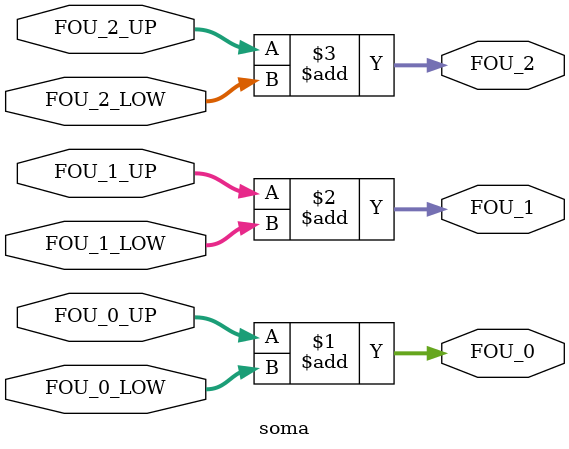
<source format=v>
module soma(FOU_0_UP, FOU_1_UP, FOU_2_UP,
FOU_0_LOW, FOU_1_LOW, FOU_2_LOW,
FOU_0, FOU_1, FOU_2);

input [7:0] FOU_0_UP, FOU_1_UP, FOU_2_UP,
FOU_0_LOW, FOU_1_LOW, FOU_2_LOW;

output [8:0] FOU_0, FOU_1, FOU_2;

assign FOU_0 = FOU_0_UP + FOU_0_LOW;
assign FOU_1 = FOU_1_UP + FOU_1_LOW;
assign FOU_2 = FOU_2_UP + FOU_2_LOW;


endmodule

</source>
